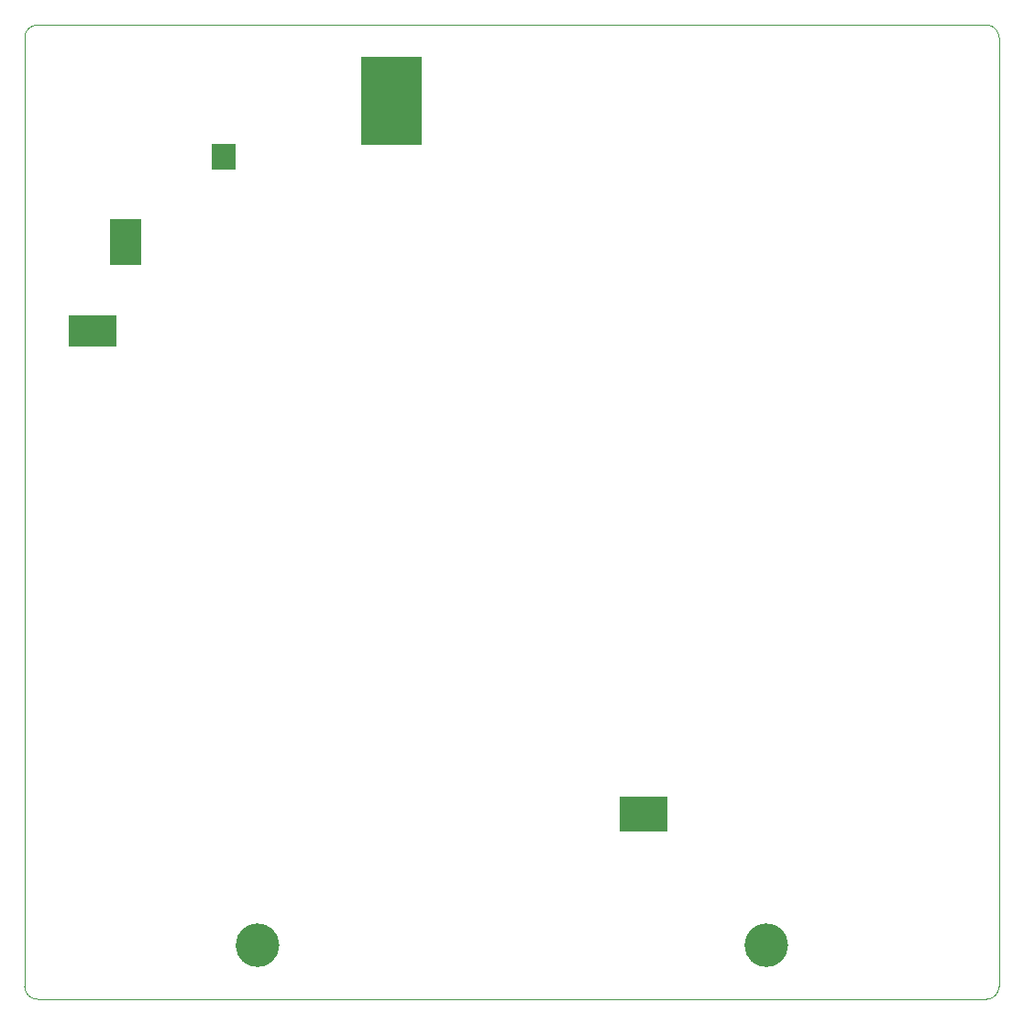
<source format=gbr>
G04*
G04 #@! TF.GenerationSoftware,Altium Limited,Altium Designer,24.9.1 (31)*
G04*
G04 Layer_Color=16711935*
%FSLAX44Y44*%
%MOMM*%
G71*
G04*
G04 #@! TF.SameCoordinates,53B56B76-3513-4A50-83E2-B057AF0B12CA*
G04*
G04*
G04 #@! TF.FilePolarity,Positive*
G04*
G01*
G75*
%ADD189C,2.0000*%
%ADD190C,0.0500*%
%ADD191R,4.5000X3.2000*%
%ADD192R,2.9000X4.3000*%
%ADD193R,2.2000X2.4000*%
%ADD194R,4.5000X3.0000*%
%ADD195R,5.7000X8.2000*%
D189*
X225000Y50000D02*
G03*
X225000Y50000I-10000J0D01*
G01*
X695000D02*
G03*
X695000Y50000I-10000J0D01*
G01*
D02*
G03*
X695000Y50000I-10000J0D01*
G01*
X225000D02*
G03*
X225000Y50000I-10000J0D01*
G01*
D190*
X12000Y900000D02*
G03*
X0Y888000I0J-12000D01*
G01*
X888000Y0D02*
G03*
X900000Y12000I0J12000D01*
G01*
Y888000D02*
G03*
X888000Y900000I-12000J0D01*
G01*
X0Y12000D02*
G03*
X12000Y0I12000J0D01*
G01*
X888000D01*
X12000Y900000D02*
X888000D01*
X900000Y12000D02*
Y888000D01*
X0Y12000D02*
Y888000D01*
D191*
X571500Y171000D02*
D03*
D192*
X93500Y699500D02*
D03*
D193*
X184000Y778000D02*
D03*
D194*
X62500Y617000D02*
D03*
D195*
X338500Y830000D02*
D03*
M02*

</source>
